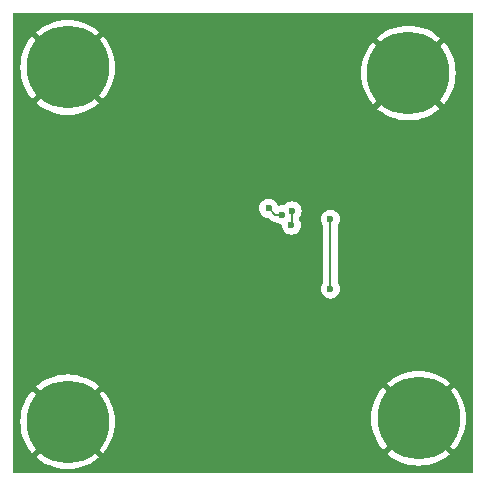
<source format=gbr>
%TF.GenerationSoftware,KiCad,Pcbnew,8.0.8*%
%TF.CreationDate,2025-03-19T14:50:45+02:00*%
%TF.ProjectId,Pcb_intro_timer,5063625f-696e-4747-926f-5f74696d6572,rev?*%
%TF.SameCoordinates,Original*%
%TF.FileFunction,Copper,L2,Bot*%
%TF.FilePolarity,Positive*%
%FSLAX46Y46*%
G04 Gerber Fmt 4.6, Leading zero omitted, Abs format (unit mm)*
G04 Created by KiCad (PCBNEW 8.0.8) date 2025-03-19 14:50:45*
%MOMM*%
%LPD*%
G01*
G04 APERTURE LIST*
%TA.AperFunction,ComponentPad*%
%ADD10C,0.800000*%
%TD*%
%TA.AperFunction,ComponentPad*%
%ADD11C,7.000000*%
%TD*%
%TA.AperFunction,ViaPad*%
%ADD12C,0.600000*%
%TD*%
%TA.AperFunction,Conductor*%
%ADD13C,0.200000*%
%TD*%
G04 APERTURE END LIST*
D10*
%TO.P,H1,1,1*%
%TO.N,GND*%
X168375000Y-75625000D03*
X169143845Y-73768845D03*
X169143845Y-77481155D03*
X171000000Y-73000000D03*
D11*
X171000000Y-75625000D03*
D10*
X171000000Y-78250000D03*
X172856155Y-73768845D03*
X172856155Y-77481155D03*
X173625000Y-75625000D03*
%TD*%
%TO.P,H3,1,1*%
%TO.N,GND*%
X139518845Y-105143845D03*
X140287690Y-103287690D03*
X140287690Y-107000000D03*
X142143845Y-102518845D03*
D11*
X142143845Y-105143845D03*
D10*
X142143845Y-107768845D03*
X144000000Y-103287690D03*
X144000000Y-107000000D03*
X144768845Y-105143845D03*
%TD*%
%TO.P,H4,1,1*%
%TO.N,GND*%
X169231155Y-104856155D03*
X170000000Y-103000000D03*
X170000000Y-106712310D03*
X171856155Y-102231155D03*
D11*
X171856155Y-104856155D03*
D10*
X171856155Y-107481155D03*
X173712310Y-103000000D03*
X173712310Y-106712310D03*
X174481155Y-104856155D03*
%TD*%
%TO.P,H2,1,1*%
%TO.N,GND*%
X139518845Y-75143845D03*
X140287690Y-73287690D03*
X140287690Y-77000000D03*
X142143845Y-72518845D03*
D11*
X142143845Y-75143845D03*
D10*
X142143845Y-77768845D03*
X144000000Y-73287690D03*
X144000000Y-77000000D03*
X144768845Y-75143845D03*
%TD*%
D12*
%TO.N,Net-(U1-THR)*%
X160310791Y-87610791D03*
X164400000Y-93900000D03*
X159162261Y-87062261D03*
X164400000Y-88000000D03*
%TO.N,Net-(U1-DIS)*%
X161152742Y-87290000D03*
X161100000Y-88500000D03*
%TD*%
D13*
%TO.N,Net-(U1-THR)*%
X159710791Y-87610791D02*
X159162261Y-87062261D01*
X164400000Y-88000000D02*
X164400000Y-93900000D01*
X160310791Y-87610791D02*
X159710791Y-87610791D01*
%TO.N,Net-(U1-DIS)*%
X161152742Y-88447258D02*
X161100000Y-88500000D01*
X161152742Y-87290000D02*
X161152742Y-88447258D01*
%TD*%
%TA.AperFunction,Conductor*%
%TO.N,GND*%
G36*
X176442539Y-70520185D02*
G01*
X176488294Y-70572989D01*
X176499500Y-70624500D01*
X176499500Y-109375500D01*
X176479815Y-109442539D01*
X176427011Y-109488294D01*
X176375500Y-109499500D01*
X137624500Y-109499500D01*
X137557461Y-109479815D01*
X137511706Y-109427011D01*
X137500500Y-109375500D01*
X137500500Y-105143845D01*
X138139021Y-105143845D01*
X138158306Y-105536395D01*
X138215974Y-105925153D01*
X138311470Y-106306394D01*
X138443861Y-106676404D01*
X138443868Y-106676420D01*
X138611907Y-107031709D01*
X138813954Y-107368803D01*
X139048078Y-107684483D01*
X139143913Y-107790220D01*
X139143914Y-107790220D01*
X140742225Y-106191908D01*
X140825302Y-106300176D01*
X140987514Y-106462388D01*
X141095779Y-106545463D01*
X139497468Y-108143774D01*
X139603212Y-108239615D01*
X139918886Y-108473735D01*
X140255980Y-108675782D01*
X140611269Y-108843821D01*
X140611285Y-108843828D01*
X140981295Y-108976219D01*
X141362536Y-109071715D01*
X141751294Y-109129383D01*
X142143845Y-109148668D01*
X142536395Y-109129383D01*
X142925153Y-109071715D01*
X143306394Y-108976219D01*
X143676404Y-108843828D01*
X143676420Y-108843821D01*
X144031709Y-108675782D01*
X144368803Y-108473735D01*
X144684483Y-108239611D01*
X144790220Y-108143775D01*
X144790220Y-108143773D01*
X143191909Y-106545463D01*
X143300176Y-106462388D01*
X143462388Y-106300176D01*
X143545463Y-106191910D01*
X145143773Y-107790220D01*
X145143775Y-107790220D01*
X145239611Y-107684483D01*
X145473735Y-107368803D01*
X145675782Y-107031709D01*
X145843821Y-106676420D01*
X145843828Y-106676404D01*
X145976219Y-106306394D01*
X146071715Y-105925153D01*
X146129383Y-105536395D01*
X146148668Y-105143845D01*
X146134535Y-104856155D01*
X167851331Y-104856155D01*
X167870616Y-105248705D01*
X167928284Y-105637463D01*
X168023780Y-106018704D01*
X168156171Y-106388714D01*
X168156178Y-106388730D01*
X168324217Y-106744019D01*
X168526264Y-107081113D01*
X168760388Y-107396793D01*
X168856223Y-107502530D01*
X168856224Y-107502530D01*
X170454536Y-105904219D01*
X170537612Y-106012486D01*
X170699824Y-106174698D01*
X170808089Y-106257773D01*
X169209778Y-107856084D01*
X169315522Y-107951925D01*
X169631196Y-108186045D01*
X169968290Y-108388092D01*
X170323579Y-108556131D01*
X170323595Y-108556138D01*
X170693605Y-108688529D01*
X171074846Y-108784025D01*
X171463604Y-108841693D01*
X171856155Y-108860978D01*
X172248705Y-108841693D01*
X172637463Y-108784025D01*
X173018704Y-108688529D01*
X173388714Y-108556138D01*
X173388730Y-108556131D01*
X173744019Y-108388092D01*
X174081113Y-108186045D01*
X174396793Y-107951921D01*
X174502530Y-107856085D01*
X174502530Y-107856083D01*
X172904219Y-106257773D01*
X173012486Y-106174698D01*
X173174698Y-106012486D01*
X173257773Y-105904220D01*
X174856083Y-107502530D01*
X174856085Y-107502530D01*
X174951921Y-107396793D01*
X175186045Y-107081113D01*
X175388092Y-106744019D01*
X175556131Y-106388730D01*
X175556138Y-106388714D01*
X175688529Y-106018704D01*
X175784025Y-105637463D01*
X175841693Y-105248705D01*
X175860978Y-104856155D01*
X175841693Y-104463604D01*
X175784025Y-104074846D01*
X175688529Y-103693605D01*
X175556138Y-103323595D01*
X175556131Y-103323579D01*
X175388092Y-102968290D01*
X175186045Y-102631196D01*
X174951925Y-102315522D01*
X174856084Y-102209778D01*
X173257772Y-103808089D01*
X173174698Y-103699824D01*
X173012486Y-103537612D01*
X172904219Y-103454536D01*
X174502530Y-101856224D01*
X174502530Y-101856223D01*
X174396793Y-101760388D01*
X174081113Y-101526264D01*
X173744019Y-101324217D01*
X173388730Y-101156178D01*
X173388714Y-101156171D01*
X173018704Y-101023780D01*
X172637463Y-100928284D01*
X172248705Y-100870616D01*
X171856155Y-100851331D01*
X171463604Y-100870616D01*
X171074846Y-100928284D01*
X170693605Y-101023780D01*
X170323595Y-101156171D01*
X170323579Y-101156178D01*
X169968290Y-101324217D01*
X169631196Y-101526264D01*
X169315522Y-101760383D01*
X169209778Y-101856223D01*
X169209778Y-101856224D01*
X170808090Y-103454536D01*
X170699824Y-103537612D01*
X170537612Y-103699824D01*
X170454536Y-103808090D01*
X168856224Y-102209778D01*
X168856223Y-102209778D01*
X168760383Y-102315522D01*
X168526264Y-102631196D01*
X168324217Y-102968290D01*
X168156178Y-103323579D01*
X168156171Y-103323595D01*
X168023780Y-103693605D01*
X167928284Y-104074846D01*
X167870616Y-104463604D01*
X167851331Y-104856155D01*
X146134535Y-104856155D01*
X146129383Y-104751294D01*
X146071715Y-104362536D01*
X145976219Y-103981295D01*
X145843828Y-103611285D01*
X145843821Y-103611269D01*
X145675782Y-103255980D01*
X145473735Y-102918886D01*
X145239615Y-102603212D01*
X145143774Y-102497468D01*
X143545462Y-104095779D01*
X143462388Y-103987514D01*
X143300176Y-103825302D01*
X143191909Y-103742226D01*
X144790220Y-102143914D01*
X144790220Y-102143913D01*
X144684483Y-102048078D01*
X144368803Y-101813954D01*
X144031709Y-101611907D01*
X143676420Y-101443868D01*
X143676404Y-101443861D01*
X143306394Y-101311470D01*
X142925153Y-101215974D01*
X142536395Y-101158306D01*
X142143845Y-101139021D01*
X141751294Y-101158306D01*
X141362536Y-101215974D01*
X140981295Y-101311470D01*
X140611285Y-101443861D01*
X140611269Y-101443868D01*
X140255980Y-101611907D01*
X139918886Y-101813954D01*
X139603212Y-102048073D01*
X139497468Y-102143913D01*
X139497468Y-102143914D01*
X141095780Y-103742226D01*
X140987514Y-103825302D01*
X140825302Y-103987514D01*
X140742226Y-104095780D01*
X139143914Y-102497468D01*
X139143913Y-102497468D01*
X139048073Y-102603212D01*
X138813954Y-102918886D01*
X138611907Y-103255980D01*
X138443868Y-103611269D01*
X138443861Y-103611285D01*
X138311470Y-103981295D01*
X138215974Y-104362536D01*
X138158306Y-104751294D01*
X138139021Y-105143845D01*
X137500500Y-105143845D01*
X137500500Y-87062257D01*
X158356696Y-87062257D01*
X158356696Y-87062264D01*
X158376891Y-87241510D01*
X158376892Y-87241515D01*
X158436472Y-87411784D01*
X158490481Y-87497738D01*
X158532445Y-87564523D01*
X158659999Y-87692077D01*
X158812739Y-87788050D01*
X158983006Y-87847629D01*
X159069930Y-87857422D01*
X159134341Y-87884487D01*
X159143724Y-87892959D01*
X159342075Y-88091311D01*
X159342077Y-88091312D01*
X159342081Y-88091315D01*
X159444556Y-88150478D01*
X159479007Y-88170368D01*
X159631734Y-88211292D01*
X159728380Y-88211292D01*
X159795419Y-88230977D01*
X159805694Y-88238346D01*
X159808528Y-88240606D01*
X159808529Y-88240607D01*
X159898871Y-88297373D01*
X159936075Y-88320750D01*
X159961269Y-88336580D01*
X160131536Y-88396159D01*
X160186414Y-88402342D01*
X160250826Y-88429407D01*
X160290382Y-88487002D01*
X160295750Y-88511678D01*
X160314630Y-88679250D01*
X160314631Y-88679254D01*
X160374211Y-88849523D01*
X160470184Y-89002262D01*
X160597738Y-89129816D01*
X160750478Y-89225789D01*
X160920745Y-89285368D01*
X160920750Y-89285369D01*
X161099996Y-89305565D01*
X161100000Y-89305565D01*
X161100004Y-89305565D01*
X161279249Y-89285369D01*
X161279252Y-89285368D01*
X161279255Y-89285368D01*
X161449522Y-89225789D01*
X161602262Y-89129816D01*
X161729816Y-89002262D01*
X161825789Y-88849522D01*
X161885368Y-88679255D01*
X161885369Y-88679249D01*
X161905565Y-88500003D01*
X161905565Y-88499996D01*
X161885369Y-88320750D01*
X161885368Y-88320745D01*
X161825789Y-88150478D01*
X161825788Y-88150476D01*
X161772248Y-88065267D01*
X161753444Y-87999996D01*
X163594435Y-87999996D01*
X163594435Y-88000003D01*
X163614630Y-88179249D01*
X163614631Y-88179254D01*
X163674211Y-88349523D01*
X163724406Y-88429407D01*
X163768760Y-88499996D01*
X163770185Y-88502263D01*
X163772445Y-88505097D01*
X163773334Y-88507275D01*
X163773889Y-88508158D01*
X163773734Y-88508255D01*
X163798855Y-88569783D01*
X163799500Y-88582412D01*
X163799500Y-93317587D01*
X163779815Y-93384626D01*
X163772450Y-93394896D01*
X163770186Y-93397734D01*
X163674211Y-93550476D01*
X163614631Y-93720745D01*
X163614630Y-93720750D01*
X163594435Y-93899996D01*
X163594435Y-93900003D01*
X163614630Y-94079249D01*
X163614631Y-94079254D01*
X163674211Y-94249523D01*
X163770184Y-94402262D01*
X163897738Y-94529816D01*
X164050478Y-94625789D01*
X164220745Y-94685368D01*
X164220750Y-94685369D01*
X164399996Y-94705565D01*
X164400000Y-94705565D01*
X164400004Y-94705565D01*
X164579249Y-94685369D01*
X164579252Y-94685368D01*
X164579255Y-94685368D01*
X164749522Y-94625789D01*
X164902262Y-94529816D01*
X165029816Y-94402262D01*
X165125789Y-94249522D01*
X165185368Y-94079255D01*
X165205565Y-93900000D01*
X165185368Y-93720745D01*
X165125789Y-93550478D01*
X165029816Y-93397738D01*
X165029814Y-93397736D01*
X165029813Y-93397734D01*
X165027550Y-93394896D01*
X165026659Y-93392715D01*
X165026111Y-93391842D01*
X165026264Y-93391745D01*
X165001144Y-93330209D01*
X165000500Y-93317587D01*
X165000500Y-88582412D01*
X165020185Y-88515373D01*
X165027555Y-88505097D01*
X165029810Y-88502267D01*
X165029816Y-88502262D01*
X165125789Y-88349522D01*
X165185368Y-88179255D01*
X165185369Y-88179249D01*
X165205565Y-88000003D01*
X165205565Y-87999996D01*
X165185369Y-87820750D01*
X165185368Y-87820745D01*
X165175401Y-87792262D01*
X165125789Y-87650478D01*
X165029816Y-87497738D01*
X164902262Y-87370184D01*
X164749523Y-87274211D01*
X164579254Y-87214631D01*
X164579249Y-87214630D01*
X164400004Y-87194435D01*
X164399996Y-87194435D01*
X164220750Y-87214630D01*
X164220745Y-87214631D01*
X164050476Y-87274211D01*
X163897737Y-87370184D01*
X163770184Y-87497737D01*
X163674211Y-87650476D01*
X163614631Y-87820745D01*
X163614630Y-87820750D01*
X163594435Y-87999996D01*
X161753444Y-87999996D01*
X161753242Y-87999295D01*
X161753242Y-87872412D01*
X161772927Y-87805373D01*
X161780297Y-87795097D01*
X161782552Y-87792267D01*
X161782558Y-87792262D01*
X161878531Y-87639522D01*
X161938110Y-87469255D01*
X161938111Y-87469249D01*
X161958307Y-87290003D01*
X161958307Y-87289996D01*
X161938111Y-87110750D01*
X161938110Y-87110745D01*
X161878530Y-86940476D01*
X161807895Y-86828062D01*
X161782558Y-86787738D01*
X161655004Y-86660184D01*
X161655002Y-86660183D01*
X161502265Y-86564211D01*
X161331996Y-86504631D01*
X161331991Y-86504630D01*
X161152746Y-86484435D01*
X161152738Y-86484435D01*
X160973492Y-86504630D01*
X160973487Y-86504631D01*
X160803218Y-86564211D01*
X160650481Y-86660183D01*
X160527952Y-86782712D01*
X160466629Y-86816196D01*
X160426388Y-86818250D01*
X160310795Y-86805226D01*
X160310787Y-86805226D01*
X160131541Y-86825421D01*
X160131528Y-86825424D01*
X160066781Y-86848081D01*
X159997002Y-86851643D01*
X159936375Y-86816915D01*
X159908784Y-86771994D01*
X159888050Y-86712739D01*
X159855027Y-86660183D01*
X159792077Y-86559999D01*
X159664523Y-86432445D01*
X159511784Y-86336472D01*
X159341515Y-86276892D01*
X159341510Y-86276891D01*
X159162265Y-86256696D01*
X159162257Y-86256696D01*
X158983011Y-86276891D01*
X158983006Y-86276892D01*
X158812737Y-86336472D01*
X158659998Y-86432445D01*
X158532445Y-86559998D01*
X158436472Y-86712737D01*
X158376892Y-86883006D01*
X158376891Y-86883011D01*
X158356696Y-87062257D01*
X137500500Y-87062257D01*
X137500500Y-75143845D01*
X138139021Y-75143845D01*
X138158306Y-75536395D01*
X138215974Y-75925153D01*
X138311470Y-76306394D01*
X138443861Y-76676404D01*
X138443868Y-76676420D01*
X138611907Y-77031709D01*
X138813954Y-77368803D01*
X139048078Y-77684483D01*
X139143913Y-77790220D01*
X139143914Y-77790220D01*
X140742225Y-76191908D01*
X140825302Y-76300176D01*
X140987514Y-76462388D01*
X141095779Y-76545463D01*
X139497468Y-78143774D01*
X139603212Y-78239615D01*
X139918886Y-78473735D01*
X140255980Y-78675782D01*
X140611269Y-78843821D01*
X140611285Y-78843828D01*
X140981295Y-78976219D01*
X141362536Y-79071715D01*
X141751294Y-79129383D01*
X142143845Y-79148668D01*
X142536395Y-79129383D01*
X142925153Y-79071715D01*
X143306394Y-78976219D01*
X143676404Y-78843828D01*
X143676420Y-78843821D01*
X144031709Y-78675782D01*
X144368803Y-78473735D01*
X144684483Y-78239611D01*
X144790220Y-78143775D01*
X144790220Y-78143773D01*
X143191909Y-76545463D01*
X143300176Y-76462388D01*
X143462388Y-76300176D01*
X143545463Y-76191910D01*
X145143773Y-77790220D01*
X145143775Y-77790220D01*
X145239611Y-77684483D01*
X145473735Y-77368803D01*
X145675782Y-77031709D01*
X145843821Y-76676420D01*
X145843828Y-76676404D01*
X145976219Y-76306394D01*
X146071715Y-75925153D01*
X146116239Y-75625000D01*
X166995176Y-75625000D01*
X167014461Y-76017550D01*
X167072129Y-76406308D01*
X167167625Y-76787549D01*
X167300016Y-77157559D01*
X167300023Y-77157575D01*
X167468062Y-77512864D01*
X167670109Y-77849958D01*
X167904233Y-78165638D01*
X168000068Y-78271375D01*
X168000069Y-78271375D01*
X169598381Y-76673064D01*
X169681457Y-76781331D01*
X169843669Y-76943543D01*
X169951934Y-77026618D01*
X168353623Y-78624929D01*
X168459367Y-78720770D01*
X168775041Y-78954890D01*
X169112135Y-79156937D01*
X169467424Y-79324976D01*
X169467440Y-79324983D01*
X169837450Y-79457374D01*
X170218691Y-79552870D01*
X170607449Y-79610538D01*
X171000000Y-79629823D01*
X171392550Y-79610538D01*
X171781308Y-79552870D01*
X172162549Y-79457374D01*
X172532559Y-79324983D01*
X172532575Y-79324976D01*
X172887864Y-79156937D01*
X173224958Y-78954890D01*
X173540638Y-78720766D01*
X173646375Y-78624930D01*
X173646375Y-78624928D01*
X172048064Y-77026618D01*
X172156331Y-76943543D01*
X172318543Y-76781331D01*
X172401618Y-76673065D01*
X173999928Y-78271375D01*
X173999930Y-78271375D01*
X174095766Y-78165638D01*
X174329890Y-77849958D01*
X174531937Y-77512864D01*
X174699976Y-77157575D01*
X174699983Y-77157559D01*
X174832374Y-76787549D01*
X174927870Y-76406308D01*
X174985538Y-76017550D01*
X175004823Y-75625000D01*
X174985538Y-75232449D01*
X174927870Y-74843691D01*
X174832374Y-74462450D01*
X174699983Y-74092440D01*
X174699976Y-74092424D01*
X174531937Y-73737135D01*
X174329890Y-73400041D01*
X174095770Y-73084367D01*
X173999929Y-72978623D01*
X172401617Y-74576934D01*
X172318543Y-74468669D01*
X172156331Y-74306457D01*
X172048064Y-74223381D01*
X173646375Y-72625069D01*
X173646375Y-72625068D01*
X173540638Y-72529233D01*
X173224958Y-72295109D01*
X172887864Y-72093062D01*
X172532575Y-71925023D01*
X172532559Y-71925016D01*
X172162549Y-71792625D01*
X171781308Y-71697129D01*
X171392550Y-71639461D01*
X171000000Y-71620176D01*
X170607449Y-71639461D01*
X170218691Y-71697129D01*
X169837450Y-71792625D01*
X169467440Y-71925016D01*
X169467424Y-71925023D01*
X169112135Y-72093062D01*
X168775041Y-72295109D01*
X168459367Y-72529228D01*
X168353623Y-72625068D01*
X168353623Y-72625069D01*
X169951935Y-74223381D01*
X169843669Y-74306457D01*
X169681457Y-74468669D01*
X169598381Y-74576935D01*
X168000069Y-72978623D01*
X168000068Y-72978623D01*
X167904228Y-73084367D01*
X167670109Y-73400041D01*
X167468062Y-73737135D01*
X167300023Y-74092424D01*
X167300016Y-74092440D01*
X167167625Y-74462450D01*
X167072129Y-74843691D01*
X167014461Y-75232449D01*
X166995176Y-75625000D01*
X146116239Y-75625000D01*
X146129383Y-75536395D01*
X146148668Y-75143845D01*
X146129383Y-74751294D01*
X146071715Y-74362536D01*
X145976219Y-73981295D01*
X145843828Y-73611285D01*
X145843821Y-73611269D01*
X145675782Y-73255980D01*
X145473735Y-72918886D01*
X145239615Y-72603212D01*
X145143774Y-72497468D01*
X143545462Y-74095779D01*
X143462388Y-73987514D01*
X143300176Y-73825302D01*
X143191909Y-73742226D01*
X144790220Y-72143914D01*
X144790220Y-72143913D01*
X144684483Y-72048078D01*
X144368803Y-71813954D01*
X144031709Y-71611907D01*
X143676420Y-71443868D01*
X143676404Y-71443861D01*
X143306394Y-71311470D01*
X142925153Y-71215974D01*
X142536395Y-71158306D01*
X142143845Y-71139021D01*
X141751294Y-71158306D01*
X141362536Y-71215974D01*
X140981295Y-71311470D01*
X140611285Y-71443861D01*
X140611269Y-71443868D01*
X140255980Y-71611907D01*
X139918886Y-71813954D01*
X139603212Y-72048073D01*
X139497468Y-72143913D01*
X139497468Y-72143914D01*
X141095780Y-73742226D01*
X140987514Y-73825302D01*
X140825302Y-73987514D01*
X140742226Y-74095780D01*
X139143914Y-72497468D01*
X139143913Y-72497468D01*
X139048073Y-72603212D01*
X138813954Y-72918886D01*
X138611907Y-73255980D01*
X138443868Y-73611269D01*
X138443861Y-73611285D01*
X138311470Y-73981295D01*
X138215974Y-74362536D01*
X138158306Y-74751294D01*
X138139021Y-75143845D01*
X137500500Y-75143845D01*
X137500500Y-70624500D01*
X137520185Y-70557461D01*
X137572989Y-70511706D01*
X137624500Y-70500500D01*
X176375500Y-70500500D01*
X176442539Y-70520185D01*
G37*
%TD.AperFunction*%
%TD*%
M02*

</source>
